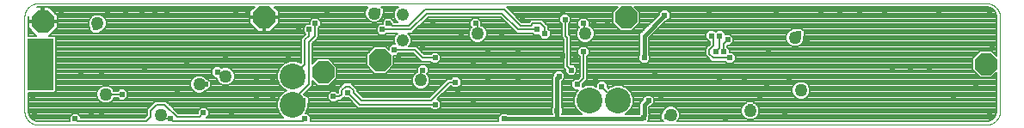
<source format=gbl>
G75*
%MOIN*%
%OFA0B0*%
%FSLAX25Y25*%
%IPPOS*%
%LPD*%
%AMOC8*
5,1,8,0,0,1.08239X$1,22.5*
%
%ADD10C,0.00000*%
%ADD11C,0.10000*%
%ADD12C,0.04800*%
%ADD13R,0.10000X0.20000*%
%ADD14OC8,0.08500*%
%ADD15C,0.05000*%
%ADD16C,0.02381*%
%ADD17C,0.01600*%
%ADD18C,0.00787*%
%ADD19C,0.05906*%
D10*
X0007412Y0020559D02*
X0374341Y0020559D01*
X0374341Y0020558D02*
X0374488Y0020560D01*
X0374634Y0020566D01*
X0374781Y0020576D01*
X0374927Y0020589D01*
X0375073Y0020607D01*
X0375218Y0020628D01*
X0375362Y0020653D01*
X0375506Y0020683D01*
X0375649Y0020715D01*
X0375791Y0020752D01*
X0375932Y0020793D01*
X0376072Y0020837D01*
X0376211Y0020885D01*
X0376348Y0020936D01*
X0376484Y0020992D01*
X0376619Y0021051D01*
X0376751Y0021113D01*
X0376883Y0021179D01*
X0377012Y0021248D01*
X0377139Y0021321D01*
X0377265Y0021397D01*
X0377388Y0021477D01*
X0377509Y0021560D01*
X0377628Y0021645D01*
X0377745Y0021735D01*
X0377859Y0021827D01*
X0377971Y0021922D01*
X0378080Y0022020D01*
X0378186Y0022121D01*
X0378290Y0022225D01*
X0378391Y0022331D01*
X0378489Y0022440D01*
X0378584Y0022552D01*
X0378676Y0022666D01*
X0378766Y0022783D01*
X0378851Y0022902D01*
X0378934Y0023023D01*
X0379014Y0023146D01*
X0379090Y0023272D01*
X0379163Y0023399D01*
X0379232Y0023528D01*
X0379298Y0023660D01*
X0379360Y0023792D01*
X0379419Y0023927D01*
X0379475Y0024063D01*
X0379526Y0024200D01*
X0379574Y0024339D01*
X0379618Y0024479D01*
X0379659Y0024620D01*
X0379696Y0024762D01*
X0379728Y0024905D01*
X0379758Y0025049D01*
X0379783Y0025193D01*
X0379804Y0025338D01*
X0379822Y0025484D01*
X0379835Y0025630D01*
X0379845Y0025777D01*
X0379851Y0025923D01*
X0379853Y0026070D01*
X0379853Y0062291D01*
X0379851Y0062438D01*
X0379845Y0062584D01*
X0379835Y0062731D01*
X0379822Y0062877D01*
X0379804Y0063023D01*
X0379783Y0063168D01*
X0379758Y0063312D01*
X0379728Y0063456D01*
X0379696Y0063599D01*
X0379659Y0063741D01*
X0379618Y0063882D01*
X0379574Y0064022D01*
X0379526Y0064161D01*
X0379475Y0064298D01*
X0379419Y0064434D01*
X0379360Y0064569D01*
X0379298Y0064701D01*
X0379232Y0064833D01*
X0379163Y0064962D01*
X0379090Y0065089D01*
X0379014Y0065215D01*
X0378934Y0065338D01*
X0378851Y0065459D01*
X0378766Y0065578D01*
X0378676Y0065695D01*
X0378584Y0065809D01*
X0378489Y0065921D01*
X0378391Y0066030D01*
X0378290Y0066136D01*
X0378186Y0066240D01*
X0378080Y0066341D01*
X0377971Y0066439D01*
X0377859Y0066534D01*
X0377745Y0066626D01*
X0377628Y0066716D01*
X0377509Y0066801D01*
X0377388Y0066884D01*
X0377265Y0066964D01*
X0377139Y0067040D01*
X0377012Y0067113D01*
X0376883Y0067182D01*
X0376751Y0067248D01*
X0376619Y0067310D01*
X0376484Y0067369D01*
X0376348Y0067425D01*
X0376211Y0067476D01*
X0376072Y0067524D01*
X0375932Y0067568D01*
X0375791Y0067609D01*
X0375649Y0067646D01*
X0375506Y0067678D01*
X0375362Y0067708D01*
X0375218Y0067733D01*
X0375073Y0067754D01*
X0374927Y0067772D01*
X0374781Y0067785D01*
X0374634Y0067795D01*
X0374488Y0067801D01*
X0374341Y0067803D01*
X0007412Y0067803D01*
X0007265Y0067801D01*
X0007119Y0067795D01*
X0006972Y0067785D01*
X0006826Y0067772D01*
X0006680Y0067754D01*
X0006535Y0067733D01*
X0006391Y0067708D01*
X0006247Y0067678D01*
X0006104Y0067646D01*
X0005962Y0067609D01*
X0005821Y0067568D01*
X0005681Y0067524D01*
X0005542Y0067476D01*
X0005405Y0067425D01*
X0005269Y0067369D01*
X0005134Y0067310D01*
X0005002Y0067248D01*
X0004870Y0067182D01*
X0004741Y0067113D01*
X0004614Y0067040D01*
X0004488Y0066964D01*
X0004365Y0066884D01*
X0004244Y0066801D01*
X0004125Y0066716D01*
X0004008Y0066626D01*
X0003894Y0066534D01*
X0003782Y0066439D01*
X0003673Y0066341D01*
X0003567Y0066240D01*
X0003463Y0066136D01*
X0003362Y0066030D01*
X0003264Y0065921D01*
X0003169Y0065809D01*
X0003077Y0065695D01*
X0002987Y0065578D01*
X0002902Y0065459D01*
X0002819Y0065338D01*
X0002739Y0065215D01*
X0002663Y0065089D01*
X0002590Y0064962D01*
X0002521Y0064833D01*
X0002455Y0064701D01*
X0002393Y0064569D01*
X0002334Y0064434D01*
X0002278Y0064298D01*
X0002227Y0064161D01*
X0002179Y0064022D01*
X0002135Y0063882D01*
X0002094Y0063741D01*
X0002057Y0063599D01*
X0002025Y0063456D01*
X0001995Y0063312D01*
X0001970Y0063168D01*
X0001949Y0063023D01*
X0001931Y0062877D01*
X0001918Y0062731D01*
X0001908Y0062584D01*
X0001902Y0062438D01*
X0001900Y0062291D01*
X0001900Y0026070D01*
X0001902Y0025923D01*
X0001908Y0025777D01*
X0001918Y0025630D01*
X0001931Y0025484D01*
X0001949Y0025338D01*
X0001970Y0025193D01*
X0001995Y0025049D01*
X0002025Y0024905D01*
X0002057Y0024762D01*
X0002094Y0024620D01*
X0002135Y0024479D01*
X0002179Y0024339D01*
X0002227Y0024200D01*
X0002278Y0024063D01*
X0002334Y0023927D01*
X0002393Y0023792D01*
X0002455Y0023660D01*
X0002521Y0023528D01*
X0002590Y0023399D01*
X0002663Y0023272D01*
X0002739Y0023146D01*
X0002819Y0023023D01*
X0002902Y0022902D01*
X0002987Y0022783D01*
X0003077Y0022666D01*
X0003169Y0022552D01*
X0003264Y0022440D01*
X0003362Y0022331D01*
X0003463Y0022225D01*
X0003567Y0022121D01*
X0003673Y0022020D01*
X0003782Y0021922D01*
X0003894Y0021827D01*
X0004008Y0021735D01*
X0004125Y0021645D01*
X0004244Y0021560D01*
X0004365Y0021477D01*
X0004488Y0021397D01*
X0004614Y0021321D01*
X0004741Y0021248D01*
X0004870Y0021179D01*
X0005002Y0021113D01*
X0005134Y0021051D01*
X0005269Y0020992D01*
X0005405Y0020936D01*
X0005542Y0020885D01*
X0005681Y0020837D01*
X0005821Y0020793D01*
X0005962Y0020752D01*
X0006104Y0020715D01*
X0006247Y0020683D01*
X0006391Y0020653D01*
X0006535Y0020628D01*
X0006680Y0020607D01*
X0006826Y0020589D01*
X0006972Y0020576D01*
X0007119Y0020566D01*
X0007265Y0020560D01*
X0007412Y0020558D01*
D11*
X0105837Y0028433D03*
X0105837Y0039456D03*
X0220798Y0030007D03*
X0231822Y0030007D03*
D12*
X0148357Y0053354D03*
X0148357Y0063354D03*
D13*
X0008200Y0044181D03*
D14*
X0008987Y0060716D03*
X0094814Y0062291D03*
X0139696Y0045756D03*
X0117648Y0041031D03*
X0234971Y0062291D03*
X0374341Y0044181D03*
D15*
X0302688Y0033944D03*
X0283003Y0026070D03*
X0252294Y0024496D03*
X0300326Y0054417D03*
X0219223Y0055992D03*
X0177491Y0055992D03*
X0137333Y0063866D03*
X0079853Y0039456D03*
X0069617Y0036307D03*
X0054656Y0024496D03*
X0033396Y0032370D03*
X0030247Y0059929D03*
X0155444Y0037881D03*
D16*
X0156231Y0041819D03*
X0160956Y0046543D03*
X0156231Y0050480D03*
X0146782Y0046543D03*
X0145207Y0049693D03*
X0143633Y0054417D03*
X0140483Y0057567D03*
X0142845Y0059929D03*
X0142845Y0063078D03*
X0138908Y0064653D03*
X0119223Y0064653D03*
X0114499Y0059929D03*
X0112137Y0057567D03*
X0108200Y0057567D03*
X0095601Y0052055D03*
X0104263Y0046543D03*
X0108987Y0037094D03*
X0097963Y0037881D03*
X0091664Y0037881D03*
X0076704Y0041031D03*
X0071979Y0036307D03*
X0060956Y0033157D03*
X0039696Y0032370D03*
X0024735Y0034732D03*
X0023948Y0041031D03*
X0031822Y0041031D03*
X0048357Y0041819D03*
X0064893Y0044968D03*
X0051507Y0048118D03*
X0052294Y0054417D03*
X0052294Y0059141D03*
X0057019Y0059141D03*
X0061743Y0063078D03*
X0057019Y0063866D03*
X0052294Y0063866D03*
X0047570Y0064653D03*
X0041270Y0064653D03*
X0034184Y0064653D03*
X0016074Y0064653D03*
X0029459Y0058354D03*
X0011349Y0052055D03*
X0005050Y0052055D03*
X0005050Y0036307D03*
X0011349Y0036307D03*
X0005050Y0031582D03*
X0005837Y0024496D03*
X0021585Y0022921D03*
X0027885Y0024496D03*
X0031822Y0024496D03*
X0045995Y0026070D03*
X0058593Y0022921D03*
X0065680Y0026070D03*
X0071192Y0025283D03*
X0082215Y0025283D03*
X0091664Y0031582D03*
X0097963Y0031582D03*
X0109774Y0030007D03*
X0114499Y0026070D03*
X0110562Y0022921D03*
X0125522Y0026070D03*
X0135759Y0026070D03*
X0121585Y0031582D03*
X0127097Y0033157D03*
X0121585Y0035519D03*
X0135759Y0032370D03*
X0144420Y0037094D03*
X0160956Y0028433D03*
X0175916Y0029220D03*
X0169617Y0033944D03*
X0168830Y0037094D03*
X0181428Y0038669D03*
X0193239Y0037881D03*
X0187727Y0032370D03*
X0208200Y0026070D03*
X0212924Y0026070D03*
X0222373Y0033157D03*
X0225522Y0035519D03*
X0216074Y0036307D03*
X0223160Y0038669D03*
X0229459Y0043393D03*
X0215286Y0047330D03*
X0218436Y0048905D03*
X0210562Y0047330D03*
X0213711Y0041819D03*
X0208987Y0039456D03*
X0198751Y0043393D03*
X0187727Y0044181D03*
X0193239Y0048905D03*
X0181428Y0049693D03*
X0186940Y0055204D03*
X0176704Y0059929D03*
X0171192Y0055992D03*
X0160168Y0060716D03*
X0194814Y0061504D03*
X0200326Y0057567D03*
X0203475Y0055992D03*
X0211349Y0061504D03*
X0218436Y0059929D03*
X0222373Y0059929D03*
X0227885Y0059929D03*
X0210562Y0064653D03*
X0249932Y0063078D03*
X0250719Y0056779D03*
X0257019Y0056779D03*
X0268042Y0055204D03*
X0271192Y0055204D03*
X0274341Y0053630D03*
X0272767Y0048905D03*
X0269617Y0048905D03*
X0275129Y0046543D03*
X0286940Y0045756D03*
X0293239Y0045756D03*
X0290089Y0048905D03*
X0286940Y0052055D03*
X0293239Y0052055D03*
X0301900Y0055992D03*
X0305050Y0053630D03*
X0305837Y0059141D03*
X0297176Y0059141D03*
X0293239Y0064653D03*
X0310562Y0064653D03*
X0317648Y0064653D03*
X0325522Y0064653D03*
X0334971Y0064653D03*
X0344420Y0056779D03*
X0356231Y0056779D03*
X0364893Y0056779D03*
X0370404Y0052055D03*
X0376704Y0051267D03*
X0352294Y0041819D03*
X0345207Y0041819D03*
X0338121Y0041819D03*
X0331822Y0034732D03*
X0323948Y0034732D03*
X0315286Y0034732D03*
X0305837Y0039456D03*
X0297963Y0037881D03*
X0301900Y0034732D03*
X0289302Y0036307D03*
X0280641Y0038669D03*
X0271192Y0037881D03*
X0253081Y0039456D03*
X0245995Y0040244D03*
X0242058Y0046543D03*
X0248357Y0030795D03*
X0243633Y0030007D03*
X0250719Y0023708D03*
X0241664Y0023315D03*
X0268042Y0023708D03*
X0273554Y0022921D03*
X0283003Y0027645D03*
X0286940Y0031582D03*
X0296389Y0025283D03*
X0315286Y0023708D03*
X0338121Y0023708D03*
X0357019Y0023708D03*
X0361743Y0030795D03*
X0353081Y0034732D03*
X0370404Y0036307D03*
X0376704Y0037094D03*
X0375916Y0024496D03*
X0304263Y0045756D03*
X0267255Y0064653D03*
X0356231Y0064653D03*
X0375916Y0063866D03*
X0187727Y0022921D03*
X0175916Y0044181D03*
X0088515Y0059141D03*
X0083790Y0059141D03*
X0078278Y0063078D03*
X0083790Y0063866D03*
X0088515Y0063866D03*
X0068042Y0056779D03*
X0079853Y0047330D03*
D17*
X0187727Y0022921D02*
X0208200Y0022921D01*
X0241270Y0022921D01*
X0241664Y0023315D01*
X0242058Y0024496D01*
X0242058Y0028433D01*
X0243633Y0030007D01*
X0208200Y0026070D02*
X0208200Y0022921D01*
X0208200Y0026070D02*
X0208200Y0038669D01*
X0208987Y0039456D01*
X0242058Y0046543D02*
X0242058Y0055204D01*
X0249932Y0063078D01*
D18*
X0252116Y0062998D02*
X0378390Y0062998D01*
X0378380Y0063094D02*
X0378459Y0062291D01*
X0378459Y0047478D01*
X0376513Y0049424D01*
X0372169Y0049424D01*
X0369098Y0046353D01*
X0369098Y0042009D01*
X0372169Y0038937D01*
X0376513Y0038937D01*
X0378459Y0040883D01*
X0378459Y0026070D01*
X0378380Y0025267D01*
X0377765Y0023783D01*
X0376629Y0022646D01*
X0375145Y0022031D01*
X0374341Y0021952D01*
X0254692Y0021952D01*
X0255256Y0022517D01*
X0255788Y0023801D01*
X0255788Y0025191D01*
X0255256Y0026475D01*
X0254273Y0027457D01*
X0252989Y0027989D01*
X0251599Y0027989D01*
X0250315Y0027457D01*
X0249332Y0026475D01*
X0248800Y0025191D01*
X0248800Y0024878D01*
X0248535Y0024613D01*
X0248535Y0022804D01*
X0249386Y0021952D01*
X0243391Y0021952D01*
X0243848Y0022410D01*
X0243848Y0023750D01*
X0243852Y0023753D01*
X0243852Y0024205D01*
X0243994Y0024633D01*
X0243852Y0024919D01*
X0243852Y0027690D01*
X0243985Y0027823D01*
X0244537Y0027823D01*
X0245817Y0029103D01*
X0245817Y0030912D01*
X0244537Y0032192D01*
X0242728Y0032192D01*
X0241448Y0030912D01*
X0241448Y0030360D01*
X0240264Y0029176D01*
X0240264Y0025004D01*
X0239975Y0024715D01*
X0234706Y0024715D01*
X0235217Y0024926D01*
X0236903Y0026612D01*
X0237815Y0028815D01*
X0237815Y0031200D01*
X0236903Y0033403D01*
X0235217Y0035089D01*
X0233014Y0036001D01*
X0230629Y0036001D01*
X0228426Y0035089D01*
X0228171Y0034833D01*
X0227707Y0035297D01*
X0227707Y0036424D01*
X0226427Y0037704D01*
X0224618Y0037704D01*
X0223338Y0036424D01*
X0223338Y0035443D01*
X0221990Y0036001D01*
X0219606Y0036001D01*
X0218258Y0035443D01*
X0218258Y0036529D01*
X0219823Y0038094D01*
X0219823Y0047204D01*
X0220620Y0048000D01*
X0220620Y0049810D01*
X0219341Y0051089D01*
X0217531Y0051089D01*
X0216252Y0049810D01*
X0216252Y0048000D01*
X0217048Y0047204D01*
X0217048Y0039244D01*
X0216296Y0038491D01*
X0215169Y0038491D01*
X0213889Y0037211D01*
X0213889Y0035402D01*
X0215169Y0034122D01*
X0216437Y0034122D01*
X0215717Y0033403D01*
X0214804Y0031200D01*
X0214804Y0028815D01*
X0215717Y0026612D01*
X0217403Y0024926D01*
X0217914Y0024715D01*
X0209993Y0024715D01*
X0209993Y0024775D01*
X0210384Y0025166D01*
X0210384Y0026975D01*
X0209993Y0027366D01*
X0209993Y0037374D01*
X0211171Y0038552D01*
X0211171Y0040361D01*
X0209892Y0041641D01*
X0208082Y0041641D01*
X0206803Y0040361D01*
X0206803Y0039809D01*
X0206406Y0039412D01*
X0206406Y0027366D01*
X0206015Y0026975D01*
X0206015Y0025166D01*
X0206406Y0024775D01*
X0206406Y0024715D01*
X0189022Y0024715D01*
X0188632Y0025105D01*
X0186822Y0025105D01*
X0185543Y0023826D01*
X0185543Y0022016D01*
X0185607Y0021952D01*
X0112682Y0021952D01*
X0112746Y0022016D01*
X0112746Y0023826D01*
X0111467Y0025105D01*
X0110947Y0025105D01*
X0111831Y0027240D01*
X0111831Y0028975D01*
X0111959Y0029103D01*
X0111959Y0030912D01*
X0110679Y0032192D01*
X0110555Y0032192D01*
X0110269Y0032477D01*
X0112711Y0034919D01*
X0113524Y0035732D01*
X0113524Y0037740D01*
X0115476Y0035787D01*
X0119820Y0035787D01*
X0122892Y0038859D01*
X0122892Y0043203D01*
X0119820Y0046275D01*
X0115476Y0046275D01*
X0113524Y0044322D01*
X0113524Y0052267D01*
X0115073Y0053817D01*
X0115886Y0054630D01*
X0115886Y0058227D01*
X0116683Y0059024D01*
X0116683Y0060833D01*
X0115404Y0062113D01*
X0113594Y0062113D01*
X0112315Y0060833D01*
X0112315Y0059751D01*
X0111232Y0059751D01*
X0109952Y0058471D01*
X0109952Y0056662D01*
X0110749Y0055865D01*
X0110749Y0055779D01*
X0109174Y0054204D01*
X0109174Y0044755D01*
X0109037Y0044618D01*
X0107030Y0045450D01*
X0104645Y0045450D01*
X0102442Y0044537D01*
X0100756Y0042851D01*
X0099844Y0040649D01*
X0099844Y0038264D01*
X0100756Y0036061D01*
X0102442Y0034375D01*
X0103482Y0033944D01*
X0102442Y0033514D01*
X0100756Y0031828D01*
X0099844Y0029625D01*
X0099844Y0027240D01*
X0100756Y0025038D01*
X0102273Y0023521D01*
X0072518Y0023521D01*
X0073376Y0024378D01*
X0073376Y0026188D01*
X0072096Y0027467D01*
X0070287Y0027467D01*
X0069007Y0026188D01*
X0069007Y0025096D01*
X0061530Y0025096D01*
X0057618Y0029007D01*
X0056806Y0029820D01*
X0052507Y0029820D01*
X0050145Y0027458D01*
X0049332Y0026645D01*
X0049332Y0024283D01*
X0048570Y0023521D01*
X0023770Y0023521D01*
X0023770Y0023826D01*
X0022490Y0025105D01*
X0020681Y0025105D01*
X0019401Y0023826D01*
X0019401Y0022016D01*
X0019465Y0021952D01*
X0007412Y0021952D01*
X0006609Y0022031D01*
X0005124Y0022646D01*
X0003988Y0023783D01*
X0003373Y0025267D01*
X0003294Y0026070D01*
X0003294Y0033187D01*
X0013611Y0033187D01*
X0014193Y0033769D01*
X0014193Y0054592D01*
X0013611Y0055174D01*
X0011427Y0055174D01*
X0014631Y0058378D01*
X0014631Y0060322D01*
X0009381Y0060322D01*
X0009381Y0061110D01*
X0014631Y0061110D01*
X0014631Y0063054D01*
X0011325Y0066360D01*
X0009381Y0066360D01*
X0009381Y0061110D01*
X0008593Y0061110D01*
X0008593Y0060322D01*
X0003343Y0060322D01*
X0003343Y0058378D01*
X0006547Y0055174D01*
X0003294Y0055174D01*
X0003294Y0062291D01*
X0003343Y0062791D01*
X0003343Y0061110D01*
X0008593Y0061110D01*
X0008593Y0066360D01*
X0006912Y0066360D01*
X0007412Y0066409D01*
X0090951Y0066409D01*
X0089170Y0064629D01*
X0089170Y0062685D01*
X0094420Y0062685D01*
X0094420Y0061897D01*
X0095207Y0061897D01*
X0095207Y0056647D01*
X0097151Y0056647D01*
X0100457Y0059953D01*
X0100457Y0061897D01*
X0095208Y0061897D01*
X0095208Y0062685D01*
X0100457Y0062685D01*
X0100457Y0064629D01*
X0098677Y0066409D01*
X0134936Y0066409D01*
X0134372Y0065845D01*
X0133840Y0064561D01*
X0133840Y0063171D01*
X0134372Y0061887D01*
X0135354Y0060904D01*
X0136639Y0060372D01*
X0138028Y0060372D01*
X0139312Y0060904D01*
X0140295Y0061887D01*
X0140827Y0063171D01*
X0140827Y0063483D01*
X0141093Y0063748D01*
X0141093Y0065558D01*
X0140241Y0066409D01*
X0146865Y0066409D01*
X0146435Y0066231D01*
X0145480Y0065276D01*
X0144963Y0064029D01*
X0144963Y0062679D01*
X0145480Y0061432D01*
X0146383Y0060529D01*
X0145030Y0060529D01*
X0145030Y0060833D01*
X0143750Y0062113D01*
X0141941Y0062113D01*
X0140661Y0060833D01*
X0140661Y0059751D01*
X0139578Y0059751D01*
X0138299Y0058471D01*
X0138299Y0056662D01*
X0139578Y0055382D01*
X0141388Y0055382D01*
X0142185Y0056179D01*
X0146383Y0056179D01*
X0145480Y0055276D01*
X0144963Y0054029D01*
X0144963Y0052679D01*
X0145296Y0051877D01*
X0144303Y0051877D01*
X0143023Y0050597D01*
X0143023Y0049844D01*
X0141868Y0050999D01*
X0137524Y0050999D01*
X0134452Y0047928D01*
X0134452Y0043584D01*
X0137524Y0040512D01*
X0141868Y0040512D01*
X0144939Y0043584D01*
X0144939Y0047508D01*
X0146112Y0047508D01*
X0146909Y0048305D01*
X0152507Y0048305D01*
X0154844Y0045968D01*
X0155656Y0045156D01*
X0159254Y0045156D01*
X0160051Y0044359D01*
X0161860Y0044359D01*
X0163140Y0045638D01*
X0163140Y0047448D01*
X0161860Y0048727D01*
X0160051Y0048727D01*
X0159254Y0047930D01*
X0156806Y0047930D01*
X0153656Y0051080D01*
X0150882Y0051080D01*
X0151234Y0051432D01*
X0151751Y0052679D01*
X0151751Y0054029D01*
X0151234Y0055276D01*
X0150331Y0056179D01*
X0152081Y0056179D01*
X0152894Y0056992D01*
X0158381Y0062478D01*
X0186365Y0062478D01*
X0191852Y0056992D01*
X0192664Y0056179D01*
X0198624Y0056179D01*
X0199421Y0055382D01*
X0201230Y0055382D01*
X0201291Y0055443D01*
X0201291Y0055087D01*
X0202570Y0053807D01*
X0204380Y0053807D01*
X0205659Y0055087D01*
X0205659Y0056896D01*
X0204863Y0057693D01*
X0204863Y0058929D01*
X0203288Y0060503D01*
X0202475Y0061316D01*
X0198176Y0061316D01*
X0197389Y0060529D01*
X0194601Y0060529D01*
X0189115Y0066015D01*
X0188721Y0066409D01*
X0231674Y0066409D01*
X0229728Y0064463D01*
X0229728Y0060119D01*
X0232799Y0057047D01*
X0237143Y0057047D01*
X0240215Y0060119D01*
X0240215Y0064463D01*
X0238269Y0066409D01*
X0374341Y0066409D01*
X0375145Y0066330D01*
X0376629Y0065715D01*
X0377765Y0064579D01*
X0378380Y0063094D01*
X0378095Y0063784D02*
X0252116Y0063784D01*
X0252116Y0063983D02*
X0250837Y0065263D01*
X0249027Y0065263D01*
X0247748Y0063983D01*
X0247748Y0063431D01*
X0240264Y0055947D01*
X0240264Y0047838D01*
X0239874Y0047448D01*
X0239874Y0045638D01*
X0241153Y0044359D01*
X0242963Y0044359D01*
X0244242Y0045638D01*
X0244242Y0047448D01*
X0243852Y0047838D01*
X0243852Y0054461D01*
X0250284Y0060894D01*
X0250837Y0060894D01*
X0252116Y0062174D01*
X0252116Y0063983D01*
X0251529Y0064570D02*
X0377769Y0064570D01*
X0376989Y0065356D02*
X0239322Y0065356D01*
X0238536Y0066142D02*
X0375599Y0066142D01*
X0378459Y0062212D02*
X0252116Y0062212D01*
X0251369Y0061426D02*
X0378459Y0061426D01*
X0378459Y0060640D02*
X0250030Y0060640D01*
X0249245Y0059854D02*
X0378459Y0059854D01*
X0378459Y0059068D02*
X0248459Y0059068D01*
X0247673Y0058282D02*
X0378459Y0058282D01*
X0378459Y0057497D02*
X0303485Y0057497D01*
X0304085Y0056896D02*
X0302805Y0058176D01*
X0300996Y0058176D01*
X0300730Y0057911D01*
X0299631Y0057911D01*
X0298347Y0057379D01*
X0297364Y0056396D01*
X0296832Y0055112D01*
X0296832Y0053722D01*
X0297364Y0052438D01*
X0298347Y0051455D01*
X0299631Y0050923D01*
X0301021Y0050923D01*
X0302305Y0051455D01*
X0303287Y0052438D01*
X0303819Y0053722D01*
X0303819Y0054822D01*
X0304085Y0055087D01*
X0304085Y0056896D01*
X0304085Y0056711D02*
X0378459Y0056711D01*
X0378459Y0055925D02*
X0304085Y0055925D01*
X0304085Y0055139D02*
X0378459Y0055139D01*
X0378459Y0054353D02*
X0303819Y0054353D01*
X0303755Y0053567D02*
X0378459Y0053567D01*
X0378459Y0052781D02*
X0303430Y0052781D01*
X0302845Y0051995D02*
X0378459Y0051995D01*
X0378459Y0051209D02*
X0301711Y0051209D01*
X0298940Y0051209D02*
X0274154Y0051209D01*
X0274154Y0051445D02*
X0275246Y0051445D01*
X0276526Y0052725D01*
X0276526Y0054534D01*
X0275246Y0055814D01*
X0273437Y0055814D01*
X0273376Y0055753D01*
X0273376Y0056109D01*
X0272096Y0057389D01*
X0270287Y0057389D01*
X0269617Y0056719D01*
X0268947Y0057389D01*
X0267137Y0057389D01*
X0265858Y0056109D01*
X0265858Y0054300D01*
X0267137Y0053020D01*
X0267442Y0053020D01*
X0267442Y0051842D01*
X0265867Y0050267D01*
X0265867Y0047543D01*
X0266680Y0046730D01*
X0268255Y0045156D01*
X0273427Y0045156D01*
X0274224Y0044359D01*
X0276033Y0044359D01*
X0277313Y0045638D01*
X0277313Y0047448D01*
X0276033Y0048727D01*
X0274951Y0048727D01*
X0274951Y0049810D01*
X0274154Y0050607D01*
X0274154Y0051445D01*
X0274337Y0050423D02*
X0378459Y0050423D01*
X0378459Y0049637D02*
X0274951Y0049637D01*
X0274951Y0048852D02*
X0371596Y0048852D01*
X0370811Y0048066D02*
X0276695Y0048066D01*
X0277313Y0047280D02*
X0370025Y0047280D01*
X0369239Y0046494D02*
X0277313Y0046494D01*
X0277313Y0045708D02*
X0369098Y0045708D01*
X0369098Y0044922D02*
X0276597Y0044922D01*
X0275129Y0046543D02*
X0268830Y0046543D01*
X0267255Y0048118D01*
X0267255Y0049693D01*
X0268830Y0051267D01*
X0268830Y0054417D01*
X0268042Y0055204D01*
X0266459Y0056711D02*
X0246101Y0056711D01*
X0246887Y0057497D02*
X0298631Y0057497D01*
X0297678Y0056711D02*
X0272774Y0056711D01*
X0273376Y0055925D02*
X0297169Y0055925D01*
X0296843Y0055139D02*
X0275921Y0055139D01*
X0276526Y0054353D02*
X0296832Y0054353D01*
X0296896Y0053567D02*
X0276526Y0053567D01*
X0276526Y0052781D02*
X0297222Y0052781D01*
X0297806Y0051995D02*
X0275796Y0051995D01*
X0274341Y0053630D02*
X0272767Y0052055D01*
X0272767Y0048905D01*
X0271192Y0050480D02*
X0271192Y0055204D01*
X0265858Y0055139D02*
X0244529Y0055139D01*
X0243852Y0054353D02*
X0265858Y0054353D01*
X0266590Y0053567D02*
X0243852Y0053567D01*
X0243852Y0052781D02*
X0267442Y0052781D01*
X0267442Y0051995D02*
X0243852Y0051995D01*
X0243852Y0051209D02*
X0266809Y0051209D01*
X0266023Y0050423D02*
X0243852Y0050423D01*
X0243852Y0049637D02*
X0265867Y0049637D01*
X0265867Y0048852D02*
X0243852Y0048852D01*
X0243852Y0048066D02*
X0265867Y0048066D01*
X0266131Y0047280D02*
X0244242Y0047280D01*
X0244242Y0046494D02*
X0266917Y0046494D01*
X0267702Y0045708D02*
X0244242Y0045708D01*
X0243526Y0044922D02*
X0273661Y0044922D01*
X0269617Y0048905D02*
X0271192Y0050480D01*
X0265858Y0055925D02*
X0245315Y0055925D01*
X0241813Y0057497D02*
X0237593Y0057497D01*
X0238378Y0058282D02*
X0242599Y0058282D01*
X0243385Y0059068D02*
X0239164Y0059068D01*
X0239950Y0059854D02*
X0244171Y0059854D01*
X0244957Y0060640D02*
X0240215Y0060640D01*
X0240215Y0061426D02*
X0245743Y0061426D01*
X0246529Y0062212D02*
X0240215Y0062212D01*
X0240215Y0062998D02*
X0247315Y0062998D01*
X0247748Y0063784D02*
X0240215Y0063784D01*
X0240108Y0064570D02*
X0248334Y0064570D01*
X0231406Y0066142D02*
X0188988Y0066142D01*
X0189774Y0065356D02*
X0230620Y0065356D01*
X0229834Y0064570D02*
X0190560Y0064570D01*
X0191346Y0063784D02*
X0229728Y0063784D01*
X0229728Y0062998D02*
X0212944Y0062998D01*
X0213533Y0062408D02*
X0212254Y0063688D01*
X0210444Y0063688D01*
X0209165Y0062408D01*
X0209165Y0060599D01*
X0209962Y0059802D01*
X0209962Y0054630D01*
X0210749Y0053842D01*
X0210749Y0042819D01*
X0211527Y0042041D01*
X0211527Y0040914D01*
X0212807Y0039634D01*
X0214616Y0039634D01*
X0215896Y0040914D01*
X0215896Y0042723D01*
X0214616Y0044003D01*
X0213524Y0044003D01*
X0213524Y0054992D01*
X0212737Y0055779D01*
X0212737Y0059802D01*
X0213533Y0060599D01*
X0213533Y0062408D01*
X0213533Y0062212D02*
X0229728Y0062212D01*
X0229728Y0061426D02*
X0220027Y0061426D01*
X0220620Y0060833D02*
X0219341Y0062113D01*
X0217531Y0062113D01*
X0216252Y0060833D01*
X0216252Y0059024D01*
X0216783Y0058492D01*
X0216261Y0057971D01*
X0215730Y0056687D01*
X0215730Y0055297D01*
X0216261Y0054013D01*
X0217244Y0053030D01*
X0218528Y0052498D01*
X0219918Y0052498D01*
X0221202Y0053030D01*
X0222185Y0054013D01*
X0222717Y0055297D01*
X0222717Y0056687D01*
X0222185Y0057971D01*
X0221202Y0058954D01*
X0220620Y0059195D01*
X0220620Y0060833D01*
X0220620Y0060640D02*
X0229728Y0060640D01*
X0229992Y0059854D02*
X0220620Y0059854D01*
X0220925Y0059068D02*
X0230778Y0059068D01*
X0231564Y0058282D02*
X0221873Y0058282D01*
X0222381Y0057497D02*
X0232350Y0057497D01*
X0240264Y0055925D02*
X0222717Y0055925D01*
X0222707Y0056711D02*
X0241028Y0056711D01*
X0240264Y0055139D02*
X0222651Y0055139D01*
X0222326Y0054353D02*
X0240264Y0054353D01*
X0240264Y0053567D02*
X0221739Y0053567D01*
X0220602Y0052781D02*
X0240264Y0052781D01*
X0240264Y0051995D02*
X0213524Y0051995D01*
X0213524Y0051209D02*
X0240264Y0051209D01*
X0240264Y0050423D02*
X0220007Y0050423D01*
X0220620Y0049637D02*
X0240264Y0049637D01*
X0240264Y0048852D02*
X0220620Y0048852D01*
X0220620Y0048066D02*
X0240264Y0048066D01*
X0239874Y0047280D02*
X0219899Y0047280D01*
X0219823Y0046494D02*
X0239874Y0046494D01*
X0239874Y0045708D02*
X0219823Y0045708D01*
X0219823Y0044922D02*
X0240590Y0044922D01*
X0219823Y0044136D02*
X0369098Y0044136D01*
X0369098Y0043350D02*
X0219823Y0043350D01*
X0219823Y0042564D02*
X0369098Y0042564D01*
X0369328Y0041778D02*
X0219823Y0041778D01*
X0219823Y0040992D02*
X0370114Y0040992D01*
X0370900Y0040206D02*
X0219823Y0040206D01*
X0219823Y0039421D02*
X0371686Y0039421D01*
X0376997Y0039421D02*
X0378459Y0039421D01*
X0378459Y0040206D02*
X0377783Y0040206D01*
X0378459Y0038635D02*
X0219823Y0038635D01*
X0219578Y0037849D02*
X0378459Y0037849D01*
X0378459Y0037063D02*
X0304289Y0037063D01*
X0304667Y0036906D02*
X0303383Y0037438D01*
X0301993Y0037438D01*
X0300709Y0036906D01*
X0299726Y0035923D01*
X0299194Y0034639D01*
X0299194Y0033250D01*
X0299726Y0031965D01*
X0300709Y0030983D01*
X0301993Y0030451D01*
X0303383Y0030451D01*
X0304667Y0030983D01*
X0305650Y0031965D01*
X0306181Y0033250D01*
X0306181Y0034639D01*
X0305650Y0035923D01*
X0304667Y0036906D01*
X0305296Y0036277D02*
X0378459Y0036277D01*
X0378459Y0035491D02*
X0305829Y0035491D01*
X0306154Y0034705D02*
X0378459Y0034705D01*
X0378459Y0033919D02*
X0306181Y0033919D01*
X0306133Y0033133D02*
X0378459Y0033133D01*
X0378459Y0032347D02*
X0305808Y0032347D01*
X0305246Y0031561D02*
X0378459Y0031561D01*
X0378459Y0030776D02*
X0304167Y0030776D01*
X0301209Y0030776D02*
X0245817Y0030776D01*
X0245817Y0029990D02*
X0378459Y0029990D01*
X0378459Y0029204D02*
X0284568Y0029204D01*
X0284509Y0029228D02*
X0283907Y0029830D01*
X0282098Y0029830D01*
X0281497Y0029228D01*
X0281024Y0029032D01*
X0280041Y0028049D01*
X0279509Y0026765D01*
X0279509Y0025376D01*
X0280041Y0024091D01*
X0281024Y0023109D01*
X0282308Y0022577D01*
X0283698Y0022577D01*
X0284982Y0023109D01*
X0285965Y0024091D01*
X0286496Y0025376D01*
X0286496Y0026765D01*
X0285965Y0028049D01*
X0284982Y0029032D01*
X0284509Y0029228D01*
X0285596Y0028418D02*
X0378459Y0028418D01*
X0378459Y0027632D02*
X0286138Y0027632D01*
X0286463Y0026846D02*
X0378459Y0026846D01*
X0378458Y0026060D02*
X0286496Y0026060D01*
X0286454Y0025274D02*
X0378381Y0025274D01*
X0378058Y0024488D02*
X0286129Y0024488D01*
X0285575Y0023702D02*
X0377685Y0023702D01*
X0376899Y0022916D02*
X0284518Y0022916D01*
X0281488Y0022916D02*
X0255421Y0022916D01*
X0255747Y0023702D02*
X0280430Y0023702D01*
X0279877Y0024488D02*
X0255788Y0024488D01*
X0255753Y0025274D02*
X0279551Y0025274D01*
X0279509Y0026060D02*
X0255428Y0026060D01*
X0254885Y0026846D02*
X0279542Y0026846D01*
X0279868Y0027632D02*
X0253852Y0027632D01*
X0250736Y0027632D02*
X0243852Y0027632D01*
X0243852Y0026846D02*
X0249704Y0026846D01*
X0249161Y0026060D02*
X0243852Y0026060D01*
X0243852Y0025274D02*
X0248835Y0025274D01*
X0248535Y0024488D02*
X0243946Y0024488D01*
X0243848Y0023702D02*
X0248535Y0023702D01*
X0248535Y0022916D02*
X0243848Y0022916D01*
X0243569Y0022130D02*
X0249208Y0022130D01*
X0250719Y0023708D02*
X0251507Y0024496D01*
X0252294Y0024496D01*
X0254870Y0022130D02*
X0375384Y0022130D01*
X0377872Y0048066D02*
X0378459Y0048066D01*
X0378459Y0048852D02*
X0377086Y0048852D01*
X0302688Y0033944D02*
X0301900Y0034732D01*
X0300079Y0036277D02*
X0227707Y0036277D01*
X0227707Y0035491D02*
X0229398Y0035491D01*
X0227068Y0037063D02*
X0301087Y0037063D01*
X0299547Y0035491D02*
X0234246Y0035491D01*
X0235600Y0034705D02*
X0299221Y0034705D01*
X0299194Y0033919D02*
X0236386Y0033919D01*
X0237014Y0033133D02*
X0299242Y0033133D01*
X0299568Y0032347D02*
X0237340Y0032347D01*
X0237666Y0031561D02*
X0242098Y0031561D01*
X0241448Y0030776D02*
X0237815Y0030776D01*
X0237815Y0029990D02*
X0241078Y0029990D01*
X0240292Y0029204D02*
X0237815Y0029204D01*
X0237651Y0028418D02*
X0240264Y0028418D01*
X0240264Y0027632D02*
X0237325Y0027632D01*
X0237000Y0026846D02*
X0240264Y0026846D01*
X0240264Y0026060D02*
X0236351Y0026060D01*
X0235565Y0025274D02*
X0240264Y0025274D01*
X0245132Y0028418D02*
X0280409Y0028418D01*
X0281438Y0029204D02*
X0245817Y0029204D01*
X0245168Y0031561D02*
X0300130Y0031561D01*
X0283003Y0027645D02*
X0283003Y0026070D01*
X0231822Y0030007D02*
X0231034Y0030007D01*
X0225522Y0035519D01*
X0223338Y0035491D02*
X0223222Y0035491D01*
X0223338Y0036277D02*
X0218258Y0036277D01*
X0218258Y0035491D02*
X0218374Y0035491D01*
X0218792Y0037063D02*
X0223977Y0037063D01*
X0222373Y0033157D02*
X0220798Y0031582D01*
X0220798Y0030007D01*
X0214804Y0029990D02*
X0209993Y0029990D01*
X0209993Y0030776D02*
X0214804Y0030776D01*
X0214954Y0031561D02*
X0209993Y0031561D01*
X0209993Y0032347D02*
X0215280Y0032347D01*
X0215605Y0033133D02*
X0209993Y0033133D01*
X0209993Y0033919D02*
X0216233Y0033919D01*
X0214586Y0034705D02*
X0209993Y0034705D01*
X0209993Y0035491D02*
X0213889Y0035491D01*
X0213889Y0036277D02*
X0209993Y0036277D01*
X0209993Y0037063D02*
X0213889Y0037063D01*
X0214527Y0037849D02*
X0210468Y0037849D01*
X0211171Y0038635D02*
X0216440Y0038635D01*
X0217048Y0039421D02*
X0211171Y0039421D01*
X0211171Y0040206D02*
X0212234Y0040206D01*
X0211527Y0040992D02*
X0210540Y0040992D01*
X0211527Y0041778D02*
X0158415Y0041778D01*
X0158415Y0040992D02*
X0207434Y0040992D01*
X0206803Y0040206D02*
X0158060Y0040206D01*
X0157884Y0040382D02*
X0158415Y0040914D01*
X0158415Y0042723D01*
X0157136Y0044003D01*
X0155326Y0044003D01*
X0154047Y0042723D01*
X0154047Y0041084D01*
X0153465Y0040843D01*
X0152482Y0039861D01*
X0151950Y0038576D01*
X0151950Y0037187D01*
X0152482Y0035902D01*
X0153465Y0034920D01*
X0154749Y0034388D01*
X0156139Y0034388D01*
X0157423Y0034920D01*
X0158406Y0035902D01*
X0158937Y0037187D01*
X0158937Y0038576D01*
X0158406Y0039861D01*
X0157884Y0040382D01*
X0158588Y0039421D02*
X0206415Y0039421D01*
X0206406Y0038635D02*
X0170378Y0038635D01*
X0171014Y0037999D02*
X0169734Y0039278D01*
X0167925Y0039278D01*
X0167128Y0038481D01*
X0165893Y0038481D01*
X0158806Y0031395D01*
X0133184Y0031395D01*
X0130847Y0033732D01*
X0130847Y0034519D01*
X0129272Y0036094D01*
X0128459Y0036907D01*
X0125735Y0036907D01*
X0124160Y0035332D01*
X0123348Y0034519D01*
X0123348Y0032970D01*
X0123287Y0032970D01*
X0122490Y0033767D01*
X0120681Y0033767D01*
X0119401Y0032487D01*
X0119401Y0030678D01*
X0120681Y0029398D01*
X0122490Y0029398D01*
X0123287Y0030195D01*
X0124522Y0030195D01*
X0125335Y0031008D01*
X0125746Y0031419D01*
X0126192Y0030973D01*
X0127319Y0030973D01*
X0131247Y0027045D01*
X0159254Y0027045D01*
X0160051Y0026248D01*
X0161860Y0026248D01*
X0163140Y0027528D01*
X0163140Y0029337D01*
X0161906Y0030571D01*
X0167042Y0035707D01*
X0167128Y0035707D01*
X0167925Y0034910D01*
X0169734Y0034910D01*
X0171014Y0036189D01*
X0171014Y0037999D01*
X0171014Y0037849D02*
X0206406Y0037849D01*
X0206406Y0037063D02*
X0171014Y0037063D01*
X0171014Y0036277D02*
X0206406Y0036277D01*
X0206406Y0035491D02*
X0170315Y0035491D01*
X0167344Y0035491D02*
X0166826Y0035491D01*
X0166040Y0034705D02*
X0206406Y0034705D01*
X0206406Y0033919D02*
X0165254Y0033919D01*
X0164469Y0033133D02*
X0206406Y0033133D01*
X0206406Y0032347D02*
X0163683Y0032347D01*
X0162897Y0031561D02*
X0206406Y0031561D01*
X0206406Y0030776D02*
X0162111Y0030776D01*
X0162488Y0029990D02*
X0206406Y0029990D01*
X0206406Y0029204D02*
X0163140Y0029204D01*
X0163140Y0028418D02*
X0206406Y0028418D01*
X0206406Y0027632D02*
X0163140Y0027632D01*
X0162458Y0026846D02*
X0206015Y0026846D01*
X0206015Y0026060D02*
X0111342Y0026060D01*
X0111017Y0025274D02*
X0206015Y0025274D01*
X0210384Y0025274D02*
X0217055Y0025274D01*
X0216269Y0026060D02*
X0210384Y0026060D01*
X0210384Y0026846D02*
X0215620Y0026846D01*
X0215294Y0027632D02*
X0209993Y0027632D01*
X0209993Y0028418D02*
X0214969Y0028418D01*
X0214804Y0029204D02*
X0209993Y0029204D01*
X0216074Y0036307D02*
X0218436Y0038669D01*
X0218436Y0048905D01*
X0216865Y0050423D02*
X0213524Y0050423D01*
X0213524Y0049637D02*
X0216252Y0049637D01*
X0216252Y0048852D02*
X0213524Y0048852D01*
X0213524Y0048066D02*
X0216252Y0048066D01*
X0216972Y0047280D02*
X0213524Y0047280D01*
X0213524Y0046494D02*
X0217048Y0046494D01*
X0217048Y0045708D02*
X0213524Y0045708D01*
X0213524Y0044922D02*
X0217048Y0044922D01*
X0217048Y0044136D02*
X0213524Y0044136D01*
X0212137Y0043393D02*
X0213711Y0041819D01*
X0215269Y0043350D02*
X0217048Y0043350D01*
X0217048Y0042564D02*
X0215896Y0042564D01*
X0215896Y0041778D02*
X0217048Y0041778D01*
X0217048Y0040992D02*
X0215896Y0040992D01*
X0215188Y0040206D02*
X0217048Y0040206D01*
X0211004Y0042564D02*
X0158415Y0042564D01*
X0157788Y0043350D02*
X0210749Y0043350D01*
X0210749Y0044136D02*
X0144939Y0044136D01*
X0144939Y0044922D02*
X0159487Y0044922D01*
X0160956Y0046543D02*
X0156231Y0046543D01*
X0153081Y0049693D01*
X0145207Y0049693D01*
X0143635Y0051209D02*
X0113524Y0051209D01*
X0113524Y0050423D02*
X0136948Y0050423D01*
X0136162Y0049637D02*
X0113524Y0049637D01*
X0113524Y0048852D02*
X0135376Y0048852D01*
X0134590Y0048066D02*
X0113524Y0048066D01*
X0113524Y0047280D02*
X0134452Y0047280D01*
X0134452Y0046494D02*
X0113524Y0046494D01*
X0113524Y0045708D02*
X0114910Y0045708D01*
X0114124Y0044922D02*
X0113524Y0044922D01*
X0110562Y0044181D02*
X0105837Y0039456D01*
X0106625Y0039456D01*
X0108987Y0037094D01*
X0112137Y0036307D02*
X0112137Y0052842D01*
X0114499Y0055204D01*
X0114499Y0059929D01*
X0116090Y0061426D02*
X0134832Y0061426D01*
X0134237Y0062212D02*
X0095208Y0062212D01*
X0095207Y0061426D02*
X0094420Y0061426D01*
X0094420Y0061897D02*
X0094420Y0056647D01*
X0092476Y0056647D01*
X0089170Y0059953D01*
X0089170Y0061897D01*
X0094420Y0061897D01*
X0094420Y0062212D02*
X0032904Y0062212D01*
X0033209Y0061908D02*
X0032226Y0062891D01*
X0030942Y0063422D01*
X0029552Y0063422D01*
X0028268Y0062891D01*
X0027285Y0061908D01*
X0026753Y0060624D01*
X0026753Y0059234D01*
X0027275Y0057973D01*
X0027275Y0057449D01*
X0028555Y0056170D01*
X0030364Y0056170D01*
X0030630Y0056435D01*
X0030942Y0056435D01*
X0032226Y0056967D01*
X0033209Y0057950D01*
X0033741Y0059234D01*
X0033741Y0060624D01*
X0033209Y0061908D01*
X0033408Y0061426D02*
X0089170Y0061426D01*
X0089170Y0060640D02*
X0033734Y0060640D01*
X0033741Y0059854D02*
X0089269Y0059854D01*
X0090055Y0059068D02*
X0033672Y0059068D01*
X0033346Y0058282D02*
X0090841Y0058282D01*
X0091627Y0057497D02*
X0032756Y0057497D01*
X0031607Y0056711D02*
X0092413Y0056711D01*
X0094420Y0056711D02*
X0095207Y0056711D01*
X0095207Y0057497D02*
X0094420Y0057497D01*
X0094420Y0058282D02*
X0095207Y0058282D01*
X0095207Y0059068D02*
X0094420Y0059068D01*
X0094420Y0059854D02*
X0095207Y0059854D01*
X0095207Y0060640D02*
X0094420Y0060640D01*
X0089170Y0062998D02*
X0031967Y0062998D01*
X0028527Y0062998D02*
X0014631Y0062998D01*
X0014631Y0062212D02*
X0027589Y0062212D01*
X0027086Y0061426D02*
X0014631Y0061426D01*
X0014631Y0059854D02*
X0026753Y0059854D01*
X0026760Y0060640D02*
X0009381Y0060640D01*
X0009381Y0061426D02*
X0008593Y0061426D01*
X0008593Y0060640D02*
X0003294Y0060640D01*
X0003294Y0059854D02*
X0003343Y0059854D01*
X0003343Y0059068D02*
X0003294Y0059068D01*
X0003294Y0058282D02*
X0003439Y0058282D01*
X0003294Y0057497D02*
X0004225Y0057497D01*
X0005011Y0056711D02*
X0003294Y0056711D01*
X0003294Y0055925D02*
X0005797Y0055925D01*
X0012177Y0055925D02*
X0110689Y0055925D01*
X0110109Y0055139D02*
X0013647Y0055139D01*
X0014193Y0054353D02*
X0109323Y0054353D01*
X0109174Y0053567D02*
X0014193Y0053567D01*
X0014193Y0052781D02*
X0109174Y0052781D01*
X0109174Y0051995D02*
X0014193Y0051995D01*
X0014193Y0051209D02*
X0109174Y0051209D01*
X0109174Y0050423D02*
X0014193Y0050423D01*
X0014193Y0049637D02*
X0109174Y0049637D01*
X0109174Y0048852D02*
X0014193Y0048852D01*
X0014193Y0048066D02*
X0109174Y0048066D01*
X0109174Y0047280D02*
X0014193Y0047280D01*
X0014193Y0046494D02*
X0109174Y0046494D01*
X0109174Y0045708D02*
X0014193Y0045708D01*
X0014193Y0044922D02*
X0103370Y0044922D01*
X0102041Y0044136D02*
X0014193Y0044136D01*
X0014193Y0043350D02*
X0101255Y0043350D01*
X0100637Y0042564D02*
X0081479Y0042564D01*
X0081832Y0042418D02*
X0080548Y0042950D01*
X0079158Y0042950D01*
X0078250Y0042574D01*
X0077608Y0043215D01*
X0075799Y0043215D01*
X0074519Y0041936D01*
X0074519Y0040126D01*
X0075799Y0038847D01*
X0076359Y0038847D01*
X0076359Y0038761D01*
X0076891Y0037477D01*
X0077874Y0036494D01*
X0079158Y0035963D01*
X0080548Y0035963D01*
X0081832Y0036494D01*
X0082815Y0037477D01*
X0083347Y0038761D01*
X0083347Y0040151D01*
X0082815Y0041435D01*
X0081832Y0042418D01*
X0082472Y0041778D02*
X0100312Y0041778D01*
X0099986Y0040992D02*
X0082998Y0040992D01*
X0083324Y0040206D02*
X0099844Y0040206D01*
X0099844Y0039421D02*
X0083347Y0039421D01*
X0083294Y0038635D02*
X0099844Y0038635D01*
X0100016Y0037849D02*
X0082969Y0037849D01*
X0082401Y0037063D02*
X0100341Y0037063D01*
X0100667Y0036277D02*
X0081307Y0036277D01*
X0078399Y0036277D02*
X0074163Y0036277D01*
X0074163Y0037063D02*
X0077306Y0037063D01*
X0076737Y0037849D02*
X0073526Y0037849D01*
X0074163Y0037211D02*
X0072884Y0038491D01*
X0072374Y0038491D01*
X0071596Y0039269D01*
X0070312Y0039800D01*
X0068922Y0039800D01*
X0067638Y0039269D01*
X0066655Y0038286D01*
X0066123Y0037002D01*
X0066123Y0035612D01*
X0066655Y0034328D01*
X0067638Y0033345D01*
X0068922Y0032813D01*
X0070312Y0032813D01*
X0071596Y0033345D01*
X0072374Y0034122D01*
X0072884Y0034122D01*
X0074163Y0035402D01*
X0074163Y0037211D01*
X0071979Y0036307D02*
X0069617Y0036307D01*
X0066123Y0036277D02*
X0014193Y0036277D01*
X0014193Y0037063D02*
X0066149Y0037063D01*
X0066474Y0037849D02*
X0014193Y0037849D01*
X0014193Y0038635D02*
X0067004Y0038635D01*
X0068005Y0039421D02*
X0014193Y0039421D01*
X0014193Y0040206D02*
X0074519Y0040206D01*
X0074519Y0040992D02*
X0014193Y0040992D01*
X0014193Y0041778D02*
X0074519Y0041778D01*
X0075148Y0042564D02*
X0014193Y0042564D01*
X0014193Y0035491D02*
X0031803Y0035491D01*
X0031417Y0035331D02*
X0030435Y0034349D01*
X0029903Y0033065D01*
X0029903Y0031675D01*
X0030435Y0030391D01*
X0031417Y0029408D01*
X0032702Y0028876D01*
X0034091Y0028876D01*
X0035375Y0029408D01*
X0036358Y0030391D01*
X0036603Y0030982D01*
X0037994Y0030982D01*
X0038791Y0030185D01*
X0040600Y0030185D01*
X0041880Y0031465D01*
X0041880Y0033274D01*
X0040600Y0034554D01*
X0038791Y0034554D01*
X0037994Y0033757D01*
X0036603Y0033757D01*
X0036358Y0034349D01*
X0035375Y0035331D01*
X0034091Y0035863D01*
X0032702Y0035863D01*
X0031417Y0035331D01*
X0030791Y0034705D02*
X0014193Y0034705D01*
X0014193Y0033919D02*
X0030257Y0033919D01*
X0029931Y0033133D02*
X0003294Y0033133D01*
X0003294Y0032347D02*
X0029903Y0032347D01*
X0029950Y0031561D02*
X0003294Y0031561D01*
X0003294Y0030776D02*
X0030275Y0030776D01*
X0030836Y0029990D02*
X0003294Y0029990D01*
X0003294Y0029204D02*
X0031910Y0029204D01*
X0034883Y0029204D02*
X0051890Y0029204D01*
X0051105Y0028418D02*
X0003294Y0028418D01*
X0003294Y0027632D02*
X0050319Y0027632D01*
X0049533Y0026846D02*
X0003294Y0026846D01*
X0003295Y0026060D02*
X0049332Y0026060D01*
X0049332Y0025274D02*
X0003373Y0025274D01*
X0003696Y0024488D02*
X0020064Y0024488D01*
X0019401Y0023702D02*
X0004068Y0023702D01*
X0004854Y0022916D02*
X0019401Y0022916D01*
X0019401Y0022130D02*
X0006370Y0022130D01*
X0021585Y0022921D02*
X0022373Y0022133D01*
X0049144Y0022133D01*
X0050719Y0023708D01*
X0050719Y0026070D01*
X0053081Y0028433D01*
X0056231Y0028433D01*
X0060956Y0023708D01*
X0069617Y0023708D01*
X0071192Y0025283D01*
X0073376Y0025274D02*
X0100658Y0025274D01*
X0100333Y0026060D02*
X0073376Y0026060D01*
X0072718Y0026846D02*
X0100007Y0026846D01*
X0099844Y0027632D02*
X0058994Y0027632D01*
X0058208Y0028418D02*
X0099844Y0028418D01*
X0099844Y0029204D02*
X0057422Y0029204D01*
X0059780Y0026846D02*
X0069666Y0026846D01*
X0069007Y0026060D02*
X0060566Y0026060D01*
X0061352Y0025274D02*
X0069007Y0025274D01*
X0072700Y0023702D02*
X0102091Y0023702D01*
X0101305Y0024488D02*
X0073376Y0024488D01*
X0059381Y0022133D02*
X0058593Y0022921D01*
X0056231Y0022921D01*
X0054656Y0024496D01*
X0059381Y0022133D02*
X0109774Y0022133D01*
X0110562Y0022921D01*
X0112746Y0022916D02*
X0185543Y0022916D01*
X0185543Y0022130D02*
X0112746Y0022130D01*
X0112746Y0023702D02*
X0185543Y0023702D01*
X0186206Y0024488D02*
X0112083Y0024488D01*
X0111668Y0026846D02*
X0159453Y0026846D01*
X0160956Y0028433D02*
X0131822Y0028433D01*
X0127097Y0033157D01*
X0129459Y0033157D02*
X0129459Y0033944D01*
X0127885Y0035519D01*
X0126310Y0035519D01*
X0124735Y0033944D01*
X0124735Y0032370D01*
X0123948Y0031582D01*
X0121585Y0031582D01*
X0119401Y0031561D02*
X0111309Y0031561D01*
X0111959Y0030776D02*
X0119401Y0030776D01*
X0120089Y0029990D02*
X0111959Y0029990D01*
X0111959Y0029204D02*
X0129089Y0029204D01*
X0129874Y0028418D02*
X0111831Y0028418D01*
X0111831Y0027632D02*
X0130660Y0027632D01*
X0132609Y0030007D02*
X0129459Y0033157D01*
X0130847Y0033919D02*
X0161330Y0033919D01*
X0160544Y0033133D02*
X0131445Y0033133D01*
X0132231Y0032347D02*
X0159759Y0032347D01*
X0158973Y0031561D02*
X0133017Y0031561D01*
X0132609Y0030007D02*
X0159381Y0030007D01*
X0166467Y0037094D01*
X0168830Y0037094D01*
X0167281Y0038635D02*
X0158913Y0038635D01*
X0158937Y0037849D02*
X0165260Y0037849D01*
X0164474Y0037063D02*
X0158886Y0037063D01*
X0158561Y0036277D02*
X0163688Y0036277D01*
X0162902Y0035491D02*
X0157994Y0035491D01*
X0156905Y0034705D02*
X0162116Y0034705D01*
X0155444Y0037881D02*
X0155444Y0041031D01*
X0156231Y0041819D01*
X0154674Y0043350D02*
X0144706Y0043350D01*
X0143920Y0042564D02*
X0154047Y0042564D01*
X0154047Y0041778D02*
X0143134Y0041778D01*
X0142348Y0040992D02*
X0153825Y0040992D01*
X0152828Y0040206D02*
X0122892Y0040206D01*
X0122892Y0039421D02*
X0152300Y0039421D01*
X0151974Y0038635D02*
X0122668Y0038635D01*
X0121882Y0037849D02*
X0151950Y0037849D01*
X0152001Y0037063D02*
X0121096Y0037063D01*
X0120310Y0036277D02*
X0125105Y0036277D01*
X0124319Y0035491D02*
X0113283Y0035491D01*
X0113524Y0036277D02*
X0114987Y0036277D01*
X0114201Y0037063D02*
X0113524Y0037063D01*
X0112137Y0036307D02*
X0108200Y0032370D01*
X0108200Y0030795D01*
X0107412Y0030007D01*
X0105837Y0028433D01*
X0107412Y0030007D02*
X0109774Y0030007D01*
X0110399Y0032347D02*
X0119401Y0032347D01*
X0120047Y0033133D02*
X0110925Y0033133D01*
X0111711Y0033919D02*
X0123348Y0033919D01*
X0123348Y0033133D02*
X0123123Y0033133D01*
X0123534Y0034705D02*
X0112497Y0034705D01*
X0103421Y0033919D02*
X0072170Y0033919D01*
X0071085Y0033133D02*
X0102062Y0033133D01*
X0101276Y0032347D02*
X0041880Y0032347D01*
X0041880Y0031561D02*
X0100646Y0031561D01*
X0100320Y0030776D02*
X0041191Y0030776D01*
X0039696Y0032370D02*
X0033396Y0032370D01*
X0036536Y0033919D02*
X0038156Y0033919D01*
X0036002Y0034705D02*
X0066499Y0034705D01*
X0066173Y0035491D02*
X0034990Y0035491D01*
X0041235Y0033919D02*
X0067064Y0033919D01*
X0068149Y0033133D02*
X0041880Y0033133D01*
X0038201Y0030776D02*
X0036518Y0030776D01*
X0035957Y0029990D02*
X0099995Y0029990D01*
X0102112Y0034705D02*
X0073467Y0034705D01*
X0074163Y0035491D02*
X0101326Y0035491D01*
X0079853Y0039456D02*
X0076704Y0041031D01*
X0075225Y0039421D02*
X0071229Y0039421D01*
X0072230Y0038635D02*
X0076412Y0038635D01*
X0108304Y0044922D02*
X0109174Y0044922D01*
X0110562Y0044181D02*
X0110562Y0053630D01*
X0112137Y0055204D01*
X0112137Y0057567D01*
X0109952Y0057497D02*
X0098001Y0057497D01*
X0098787Y0058282D02*
X0109952Y0058282D01*
X0110549Y0059068D02*
X0099573Y0059068D01*
X0100359Y0059854D02*
X0112315Y0059854D01*
X0112315Y0060640D02*
X0100457Y0060640D01*
X0100457Y0061426D02*
X0112907Y0061426D01*
X0116683Y0060640D02*
X0135991Y0060640D01*
X0138676Y0060640D02*
X0140661Y0060640D01*
X0140661Y0059854D02*
X0116683Y0059854D01*
X0116683Y0059068D02*
X0138896Y0059068D01*
X0138299Y0058282D02*
X0115942Y0058282D01*
X0115886Y0057497D02*
X0138299Y0057497D01*
X0138299Y0056711D02*
X0115886Y0056711D01*
X0115886Y0055925D02*
X0139036Y0055925D01*
X0140483Y0057567D02*
X0151507Y0057567D01*
X0157806Y0063866D01*
X0186940Y0063866D01*
X0193239Y0057567D01*
X0200326Y0057567D01*
X0198878Y0055925D02*
X0180985Y0055925D01*
X0180985Y0055297D02*
X0180985Y0056687D01*
X0180453Y0057971D01*
X0179470Y0058954D01*
X0178888Y0059195D01*
X0178888Y0060833D01*
X0177608Y0062113D01*
X0175799Y0062113D01*
X0174519Y0060833D01*
X0174519Y0059024D01*
X0175051Y0058492D01*
X0174529Y0057971D01*
X0173997Y0056687D01*
X0173997Y0055297D01*
X0174529Y0054013D01*
X0175512Y0053030D01*
X0176796Y0052498D01*
X0178186Y0052498D01*
X0179470Y0053030D01*
X0180453Y0054013D01*
X0180985Y0055297D01*
X0180919Y0055139D02*
X0201291Y0055139D01*
X0202025Y0054353D02*
X0180594Y0054353D01*
X0180007Y0053567D02*
X0210749Y0053567D01*
X0210749Y0052781D02*
X0178869Y0052781D01*
X0176113Y0052781D02*
X0151751Y0052781D01*
X0151751Y0053567D02*
X0174975Y0053567D01*
X0174388Y0054353D02*
X0151617Y0054353D01*
X0151291Y0055139D02*
X0174063Y0055139D01*
X0173997Y0055925D02*
X0150586Y0055925D01*
X0152613Y0056711D02*
X0174007Y0056711D01*
X0174333Y0057497D02*
X0153399Y0057497D01*
X0154185Y0058282D02*
X0174841Y0058282D01*
X0174519Y0059068D02*
X0154971Y0059068D01*
X0155757Y0059854D02*
X0174519Y0059854D01*
X0174519Y0060640D02*
X0156542Y0060640D01*
X0157328Y0061426D02*
X0175112Y0061426D01*
X0176704Y0059929D02*
X0177491Y0059141D01*
X0177491Y0055992D01*
X0180649Y0057497D02*
X0191347Y0057497D01*
X0191852Y0056992D02*
X0191852Y0056992D01*
X0192133Y0056711D02*
X0180975Y0056711D01*
X0180141Y0058282D02*
X0190561Y0058282D01*
X0189775Y0059068D02*
X0179193Y0059068D01*
X0178888Y0059854D02*
X0188989Y0059854D01*
X0188203Y0060640D02*
X0178888Y0060640D01*
X0178295Y0061426D02*
X0187417Y0061426D01*
X0186631Y0062212D02*
X0158114Y0062212D01*
X0157019Y0065441D02*
X0150719Y0059141D01*
X0144420Y0059141D01*
X0143633Y0059929D01*
X0142845Y0059929D01*
X0141254Y0061426D02*
X0139835Y0061426D01*
X0140430Y0062212D02*
X0145157Y0062212D01*
X0144963Y0062998D02*
X0140756Y0062998D01*
X0141093Y0063784D02*
X0144963Y0063784D01*
X0145187Y0064570D02*
X0141093Y0064570D01*
X0141093Y0065356D02*
X0145559Y0065356D01*
X0146345Y0066142D02*
X0140509Y0066142D01*
X0138908Y0064653D02*
X0138121Y0064653D01*
X0137333Y0063866D01*
X0133840Y0063784D02*
X0100457Y0063784D01*
X0100457Y0064570D02*
X0133844Y0064570D01*
X0134169Y0065356D02*
X0099730Y0065356D01*
X0098944Y0066142D02*
X0134669Y0066142D01*
X0133911Y0062998D02*
X0100457Y0062998D01*
X0090683Y0066142D02*
X0011543Y0066142D01*
X0012329Y0065356D02*
X0089897Y0065356D01*
X0089170Y0064570D02*
X0013115Y0064570D01*
X0013901Y0063784D02*
X0089170Y0063784D01*
X0097215Y0056711D02*
X0109952Y0056711D01*
X0115609Y0054353D02*
X0145098Y0054353D01*
X0144963Y0053567D02*
X0114824Y0053567D01*
X0114038Y0052781D02*
X0144963Y0052781D01*
X0145247Y0051995D02*
X0113524Y0051995D01*
X0115886Y0055139D02*
X0145423Y0055139D01*
X0146128Y0055925D02*
X0141930Y0055925D01*
X0151012Y0051209D02*
X0210749Y0051209D01*
X0210749Y0050423D02*
X0154313Y0050423D01*
X0155099Y0049637D02*
X0210749Y0049637D01*
X0210749Y0048852D02*
X0155885Y0048852D01*
X0156670Y0048066D02*
X0159389Y0048066D01*
X0162522Y0048066D02*
X0210749Y0048066D01*
X0210749Y0047280D02*
X0163140Y0047280D01*
X0163140Y0046494D02*
X0210749Y0046494D01*
X0210749Y0045708D02*
X0163140Y0045708D01*
X0162424Y0044922D02*
X0210749Y0044922D01*
X0212137Y0043393D02*
X0212137Y0054417D01*
X0211349Y0055204D01*
X0211349Y0061504D01*
X0209755Y0062998D02*
X0192132Y0062998D01*
X0192918Y0062212D02*
X0209165Y0062212D01*
X0209165Y0061426D02*
X0193704Y0061426D01*
X0194490Y0060640D02*
X0197500Y0060640D01*
X0198751Y0059929D02*
X0197963Y0059141D01*
X0194026Y0059141D01*
X0187727Y0065441D01*
X0157019Y0065441D01*
X0146271Y0060640D02*
X0145030Y0060640D01*
X0145485Y0061426D02*
X0144437Y0061426D01*
X0151468Y0051995D02*
X0210749Y0051995D01*
X0213524Y0052781D02*
X0217845Y0052781D01*
X0216707Y0053567D02*
X0213524Y0053567D01*
X0213524Y0054353D02*
X0216120Y0054353D01*
X0215795Y0055139D02*
X0213377Y0055139D01*
X0212737Y0055925D02*
X0215730Y0055925D01*
X0215739Y0056711D02*
X0212737Y0056711D01*
X0212737Y0057497D02*
X0216065Y0057497D01*
X0216573Y0058282D02*
X0212737Y0058282D01*
X0212737Y0059068D02*
X0216252Y0059068D01*
X0216252Y0059854D02*
X0212789Y0059854D01*
X0213533Y0060640D02*
X0216252Y0060640D01*
X0216844Y0061426D02*
X0213533Y0061426D01*
X0209909Y0059854D02*
X0203937Y0059854D01*
X0204723Y0059068D02*
X0209962Y0059068D01*
X0209962Y0058282D02*
X0204863Y0058282D01*
X0205059Y0057497D02*
X0209962Y0057497D01*
X0209962Y0056711D02*
X0205659Y0056711D01*
X0205659Y0055925D02*
X0209962Y0055925D01*
X0209962Y0055139D02*
X0205659Y0055139D01*
X0204925Y0054353D02*
X0210239Y0054353D01*
X0203475Y0055992D02*
X0203475Y0058354D01*
X0201900Y0059929D01*
X0198751Y0059929D01*
X0203151Y0060640D02*
X0209165Y0060640D01*
X0218436Y0059929D02*
X0219223Y0055992D01*
X0155104Y0045708D02*
X0144939Y0045708D01*
X0144939Y0046494D02*
X0154318Y0046494D01*
X0153532Y0047280D02*
X0144939Y0047280D01*
X0146670Y0048066D02*
X0152746Y0048066D01*
X0143023Y0050423D02*
X0142444Y0050423D01*
X0134452Y0045708D02*
X0120387Y0045708D01*
X0121173Y0044922D02*
X0134452Y0044922D01*
X0134452Y0044136D02*
X0121959Y0044136D01*
X0122745Y0043350D02*
X0134685Y0043350D01*
X0135471Y0042564D02*
X0122892Y0042564D01*
X0122892Y0041778D02*
X0136257Y0041778D01*
X0137043Y0040992D02*
X0122892Y0040992D01*
X0129089Y0036277D02*
X0152327Y0036277D01*
X0152893Y0035491D02*
X0129875Y0035491D01*
X0130661Y0034705D02*
X0153983Y0034705D01*
X0128303Y0029990D02*
X0123082Y0029990D01*
X0125103Y0030776D02*
X0127517Y0030776D01*
X0049332Y0024488D02*
X0023107Y0024488D01*
X0023770Y0023702D02*
X0048751Y0023702D01*
X0028014Y0056711D02*
X0012963Y0056711D01*
X0013749Y0057497D02*
X0027275Y0057497D01*
X0027147Y0058282D02*
X0014535Y0058282D01*
X0014631Y0059068D02*
X0026822Y0059068D01*
X0029459Y0059141D02*
X0030247Y0059929D01*
X0029459Y0059141D02*
X0029459Y0058354D01*
X0009381Y0062212D02*
X0008593Y0062212D01*
X0008593Y0062998D02*
X0009381Y0062998D01*
X0009381Y0063784D02*
X0008593Y0063784D01*
X0008593Y0064570D02*
X0009381Y0064570D01*
X0009381Y0065356D02*
X0008593Y0065356D01*
X0008593Y0066142D02*
X0009381Y0066142D01*
X0003343Y0062212D02*
X0003294Y0062212D01*
X0003294Y0061426D02*
X0003343Y0061426D01*
X0300326Y0054417D02*
X0301900Y0055992D01*
D19*
X0008200Y0044181D03*
M02*

</source>
